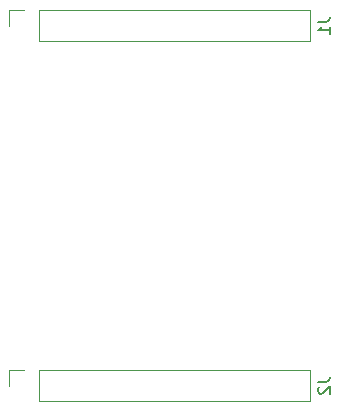
<source format=gbr>
%TF.GenerationSoftware,KiCad,Pcbnew,8.0.4*%
%TF.CreationDate,2024-07-23T12:10:32-05:00*%
%TF.ProjectId,sa8x8-breakout,73613878-382d-4627-9265-616b6f75742e,rev?*%
%TF.SameCoordinates,Original*%
%TF.FileFunction,Legend,Bot*%
%TF.FilePolarity,Positive*%
%FSLAX46Y46*%
G04 Gerber Fmt 4.6, Leading zero omitted, Abs format (unit mm)*
G04 Created by KiCad (PCBNEW 8.0.4) date 2024-07-23 12:10:32*
%MOMM*%
%LPD*%
G01*
G04 APERTURE LIST*
%ADD10C,0.150000*%
%ADD11C,0.120000*%
G04 APERTURE END LIST*
D10*
X162014819Y-73326666D02*
X162729104Y-73326666D01*
X162729104Y-73326666D02*
X162871961Y-73279047D01*
X162871961Y-73279047D02*
X162967200Y-73183809D01*
X162967200Y-73183809D02*
X163014819Y-73040952D01*
X163014819Y-73040952D02*
X163014819Y-72945714D01*
X163014819Y-74326666D02*
X163014819Y-73755238D01*
X163014819Y-74040952D02*
X162014819Y-74040952D01*
X162014819Y-74040952D02*
X162157676Y-73945714D01*
X162157676Y-73945714D02*
X162252914Y-73850476D01*
X162252914Y-73850476D02*
X162300533Y-73755238D01*
X162014819Y-103806666D02*
X162729104Y-103806666D01*
X162729104Y-103806666D02*
X162871961Y-103759047D01*
X162871961Y-103759047D02*
X162967200Y-103663809D01*
X162967200Y-103663809D02*
X163014819Y-103520952D01*
X163014819Y-103520952D02*
X163014819Y-103425714D01*
X162110057Y-104235238D02*
X162062438Y-104282857D01*
X162062438Y-104282857D02*
X162014819Y-104378095D01*
X162014819Y-104378095D02*
X162014819Y-104616190D01*
X162014819Y-104616190D02*
X162062438Y-104711428D01*
X162062438Y-104711428D02*
X162110057Y-104759047D01*
X162110057Y-104759047D02*
X162205295Y-104806666D01*
X162205295Y-104806666D02*
X162300533Y-104806666D01*
X162300533Y-104806666D02*
X162443390Y-104759047D01*
X162443390Y-104759047D02*
X163014819Y-104187619D01*
X163014819Y-104187619D02*
X163014819Y-104806666D01*
D11*
%TO.C,J1*%
X135830000Y-72330000D02*
X137160000Y-72330000D01*
X135830000Y-73660000D02*
X135830000Y-72330000D01*
X138430000Y-74990000D02*
X138430000Y-72330000D01*
X161350000Y-72330000D02*
X138430000Y-72330000D01*
X161350000Y-74990000D02*
X138430000Y-74990000D01*
X161350000Y-74990000D02*
X161350000Y-72330000D01*
%TO.C,J2*%
X135830000Y-102810000D02*
X137160000Y-102810000D01*
X135830000Y-104140000D02*
X135830000Y-102810000D01*
X138430000Y-105470000D02*
X138430000Y-102810000D01*
X161350000Y-102810000D02*
X138430000Y-102810000D01*
X161350000Y-105470000D02*
X138430000Y-105470000D01*
X161350000Y-105470000D02*
X161350000Y-102810000D01*
%TD*%
M02*

</source>
